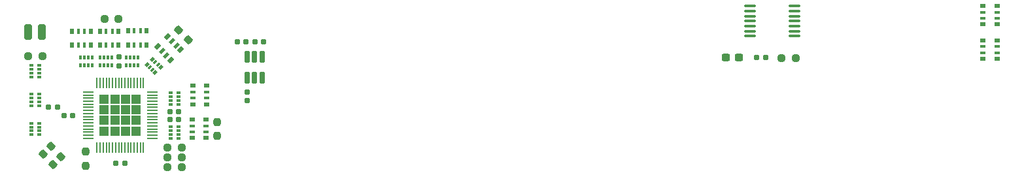
<source format=gbr>
%TF.GenerationSoftware,KiCad,Pcbnew,8.0.7*%
%TF.CreationDate,2025-01-15T17:23:36+01:00*%
%TF.ProjectId,n64rgb_v3.prod,6e363472-6762-45f7-9633-2e70726f642e,20241213.p*%
%TF.SameCoordinates,Original*%
%TF.FileFunction,Paste,Top*%
%TF.FilePolarity,Positive*%
%FSLAX46Y46*%
G04 Gerber Fmt 4.6, Leading zero omitted, Abs format (unit mm)*
G04 Created by KiCad (PCBNEW 8.0.7) date 2025-01-15 17:23:36*
%MOMM*%
%LPD*%
G01*
G04 APERTURE LIST*
G04 Aperture macros list*
%AMRoundRect*
0 Rectangle with rounded corners*
0 $1 Rounding radius*
0 $2 $3 $4 $5 $6 $7 $8 $9 X,Y pos of 4 corners*
0 Add a 4 corners polygon primitive as box body*
4,1,4,$2,$3,$4,$5,$6,$7,$8,$9,$2,$3,0*
0 Add four circle primitives for the rounded corners*
1,1,$1+$1,$2,$3*
1,1,$1+$1,$4,$5*
1,1,$1+$1,$6,$7*
1,1,$1+$1,$8,$9*
0 Add four rect primitives between the rounded corners*
20,1,$1+$1,$2,$3,$4,$5,0*
20,1,$1+$1,$4,$5,$6,$7,0*
20,1,$1+$1,$6,$7,$8,$9,0*
20,1,$1+$1,$8,$9,$2,$3,0*%
%AMRotRect*
0 Rectangle, with rotation*
0 The origin of the aperture is its center*
0 $1 length*
0 $2 width*
0 $3 Rotation angle, in degrees counterclockwise*
0 Add horizontal line*
21,1,$1,$2,0,0,$3*%
G04 Aperture macros list end*
%ADD10C,0.000000*%
%ADD11RoundRect,0.237500X-0.344715X0.008839X0.008839X-0.344715X0.344715X-0.008839X-0.008839X0.344715X0*%
%ADD12RoundRect,0.155000X0.155000X-0.212500X0.155000X0.212500X-0.155000X0.212500X-0.155000X-0.212500X0*%
%ADD13RoundRect,0.155000X-0.212500X-0.155000X0.212500X-0.155000X0.212500X0.155000X-0.212500X0.155000X0*%
%ADD14R,0.400000X0.500000*%
%ADD15R,0.300000X0.500000*%
%ADD16R,0.800000X0.500000*%
%ADD17R,0.800000X0.400000*%
%ADD18RoundRect,0.250000X-0.250000X-0.750000X0.250000X-0.750000X0.250000X0.750000X-0.250000X0.750000X0*%
%ADD19RoundRect,0.155000X0.212500X0.155000X-0.212500X0.155000X-0.212500X-0.155000X0.212500X-0.155000X0*%
%ADD20RoundRect,0.237500X0.344715X-0.008839X-0.008839X0.344715X-0.344715X0.008839X0.008839X-0.344715X0*%
%ADD21RoundRect,0.100000X-0.637500X-0.100000X0.637500X-0.100000X0.637500X0.100000X-0.637500X0.100000X0*%
%ADD22RoundRect,0.237500X0.237500X-0.250000X0.237500X0.250000X-0.237500X0.250000X-0.237500X-0.250000X0*%
%ADD23RoundRect,0.237500X-0.250000X-0.237500X0.250000X-0.237500X0.250000X0.237500X-0.250000X0.237500X0*%
%ADD24R,0.500000X0.400000*%
%ADD25R,0.500000X0.300000*%
%ADD26RotRect,0.800000X0.500000X45.000000*%
%ADD27RotRect,0.800000X0.400000X45.000000*%
%ADD28R,0.500000X0.800000*%
%ADD29R,0.400000X0.800000*%
%ADD30R,1.346200X0.228600*%
%ADD31R,0.228600X1.346200*%
%ADD32RoundRect,0.237500X0.300000X0.237500X-0.300000X0.237500X-0.300000X-0.237500X0.300000X-0.237500X0*%
%ADD33RotRect,0.500000X0.400000X45.000000*%
%ADD34RotRect,0.500000X0.300000X45.000000*%
%ADD35RoundRect,0.237500X0.250000X0.237500X-0.250000X0.237500X-0.250000X-0.237500X0.250000X-0.237500X0*%
%ADD36RoundRect,0.155000X-0.155000X0.212500X-0.155000X-0.212500X0.155000X-0.212500X0.155000X0.212500X0*%
%ADD37RoundRect,0.237500X-0.237500X0.250000X-0.237500X-0.250000X0.237500X-0.250000X0.237500X0.250000X0*%
%ADD38RoundRect,0.162500X0.162500X-0.617500X0.162500X0.617500X-0.162500X0.617500X-0.162500X-0.617500X0*%
G04 APERTURE END LIST*
D10*
%TO.C,U1*%
G36*
X45900350Y-125522051D02*
G01*
X44722400Y-125522051D01*
X44722400Y-124344101D01*
X45900350Y-124344101D01*
X45900350Y-125522051D01*
G37*
G36*
X45900350Y-126900001D02*
G01*
X44722400Y-126900001D01*
X44722400Y-125722051D01*
X45900350Y-125722051D01*
X45900350Y-126900001D01*
G37*
G36*
X45900350Y-128277951D02*
G01*
X44722400Y-128277951D01*
X44722400Y-127100001D01*
X45900350Y-127100001D01*
X45900350Y-128277951D01*
G37*
G36*
X45900350Y-129655901D02*
G01*
X44722400Y-129655901D01*
X44722400Y-128477951D01*
X45900350Y-128477951D01*
X45900350Y-129655901D01*
G37*
G36*
X47278300Y-125522051D02*
G01*
X46100350Y-125522051D01*
X46100350Y-124344101D01*
X47278300Y-124344101D01*
X47278300Y-125522051D01*
G37*
G36*
X47278300Y-126900001D02*
G01*
X46100350Y-126900001D01*
X46100350Y-125722051D01*
X47278300Y-125722051D01*
X47278300Y-126900001D01*
G37*
G36*
X47278300Y-128277951D02*
G01*
X46100350Y-128277951D01*
X46100350Y-127100001D01*
X47278300Y-127100001D01*
X47278300Y-128277951D01*
G37*
G36*
X47278300Y-129655901D02*
G01*
X46100350Y-129655901D01*
X46100350Y-128477951D01*
X47278300Y-128477951D01*
X47278300Y-129655901D01*
G37*
G36*
X48656250Y-125522051D02*
G01*
X47478300Y-125522051D01*
X47478300Y-124344101D01*
X48656250Y-124344101D01*
X48656250Y-125522051D01*
G37*
G36*
X48656250Y-126900001D02*
G01*
X47478300Y-126900001D01*
X47478300Y-125722051D01*
X48656250Y-125722051D01*
X48656250Y-126900001D01*
G37*
G36*
X48656250Y-128277951D02*
G01*
X47478300Y-128277951D01*
X47478300Y-127100001D01*
X48656250Y-127100001D01*
X48656250Y-128277951D01*
G37*
G36*
X48656250Y-129655901D02*
G01*
X47478300Y-129655901D01*
X47478300Y-128477951D01*
X48656250Y-128477951D01*
X48656250Y-129655901D01*
G37*
G36*
X50034200Y-125522051D02*
G01*
X48856250Y-125522051D01*
X48856250Y-124344101D01*
X50034200Y-124344101D01*
X50034200Y-125522051D01*
G37*
G36*
X50034200Y-126900001D02*
G01*
X48856250Y-126900001D01*
X48856250Y-125722051D01*
X50034200Y-125722051D01*
X50034200Y-126900001D01*
G37*
G36*
X50034200Y-128277951D02*
G01*
X48856250Y-128277951D01*
X48856250Y-127100001D01*
X50034200Y-127100001D01*
X50034200Y-128277951D01*
G37*
G36*
X50034200Y-129655901D02*
G01*
X48856250Y-129655901D01*
X48856250Y-128477951D01*
X50034200Y-128477951D01*
X50034200Y-129655901D01*
G37*
%TD*%
D11*
%TO.C,R2*%
X38374765Y-131064765D03*
X39665235Y-132355235D03*
%TD*%
D12*
%TO.C,C6*%
X47190000Y-120597500D03*
X47190000Y-119462500D03*
%TD*%
D13*
%TO.C,C4*%
X46832500Y-133220000D03*
X47967500Y-133220000D03*
%TD*%
D14*
%TO.C,RN4*%
X42230000Y-120520000D03*
D15*
X42730000Y-120520000D03*
X43230000Y-120520000D03*
D14*
X43730000Y-120520000D03*
X43730000Y-119520000D03*
D15*
X43230000Y-119520000D03*
X42730000Y-119520000D03*
D14*
X42230000Y-119520000D03*
%TD*%
D16*
%TO.C,RN16*%
X159094594Y-117294594D03*
D17*
X159094594Y-118094594D03*
X159094594Y-118894594D03*
D16*
X159094594Y-119694594D03*
X160894594Y-119694594D03*
D17*
X160894594Y-118894594D03*
X160894594Y-118094594D03*
D16*
X160894594Y-117294594D03*
%TD*%
%TO.C,RN15*%
X56700000Y-127580000D03*
D17*
X56700000Y-128380000D03*
X56700000Y-129180000D03*
D16*
X56700000Y-129980000D03*
X58500000Y-129980000D03*
D17*
X58500000Y-129180000D03*
X58500000Y-128380000D03*
D16*
X58500000Y-127580000D03*
%TD*%
D18*
%TO.C,J8*%
X37250000Y-116190000D03*
%TD*%
%TO.C,J7*%
X35470000Y-116190000D03*
%TD*%
D19*
%TO.C,C3*%
X39227500Y-126000000D03*
X38092500Y-126000000D03*
%TD*%
D20*
%TO.C,R6*%
X56235235Y-117255235D03*
X54944765Y-115964765D03*
%TD*%
D19*
%TO.C,C10*%
X63667500Y-117470000D03*
X62532500Y-117470000D03*
%TD*%
D21*
%TO.C,U2*%
X128963500Y-112858000D03*
X128963500Y-113508000D03*
X128963500Y-114158000D03*
X128963500Y-114808000D03*
X128963500Y-115458000D03*
X128963500Y-116108000D03*
X128963500Y-116758000D03*
X134688500Y-116758000D03*
X134688500Y-116108000D03*
X134688500Y-115458000D03*
X134688500Y-114808000D03*
X134688500Y-114158000D03*
X134688500Y-113508000D03*
X134688500Y-112858000D03*
%TD*%
D22*
%TO.C,R7*%
X59950000Y-129712500D03*
X59950000Y-127887500D03*
%TD*%
D23*
%TO.C,R11*%
X133021700Y-119583200D03*
X134846700Y-119583200D03*
%TD*%
D24*
%TO.C,RN9*%
X53900000Y-128490000D03*
D25*
X53900000Y-128990000D03*
X53900000Y-129490000D03*
D24*
X53900000Y-129990000D03*
X54900000Y-129990000D03*
D25*
X54900000Y-129490000D03*
X54900000Y-128990000D03*
D24*
X54900000Y-128490000D03*
%TD*%
D26*
%TO.C,RN13*%
X52225076Y-118127868D03*
D27*
X52790761Y-118693553D03*
X53356447Y-119259239D03*
D26*
X53922132Y-119824924D03*
X55194924Y-118552132D03*
D27*
X54629239Y-117986447D03*
X54063553Y-117420761D03*
D26*
X53497868Y-116855076D03*
%TD*%
D28*
%TO.C,RN11*%
X44750000Y-117900000D03*
D29*
X45550000Y-117900000D03*
X46350000Y-117900000D03*
D28*
X47150000Y-117900000D03*
X47150000Y-116100000D03*
D29*
X46350000Y-116100000D03*
X45550000Y-116100000D03*
D28*
X44750000Y-116100000D03*
%TD*%
D13*
%TO.C,C5*%
X53832500Y-127530000D03*
X54967500Y-127530000D03*
%TD*%
D30*
%TO.C,U1*%
X43200000Y-124000002D03*
X43200000Y-124400001D03*
X43200000Y-124800000D03*
X43200000Y-125200002D03*
X43200000Y-125600001D03*
X43200000Y-126000000D03*
X43200000Y-126400002D03*
X43200000Y-126800001D03*
X43200000Y-127200001D03*
X43200000Y-127600000D03*
X43200000Y-128000002D03*
X43200000Y-128400001D03*
X43200000Y-128800000D03*
X43200000Y-129200002D03*
X43200000Y-129600001D03*
X43200000Y-130000000D03*
D31*
X44378301Y-131178301D03*
X44778300Y-131178301D03*
X45178299Y-131178301D03*
X45578301Y-131178301D03*
X45978300Y-131178301D03*
X46378299Y-131178301D03*
X46778301Y-131178301D03*
X47178300Y-131178301D03*
X47578300Y-131178301D03*
X47978299Y-131178301D03*
X48378301Y-131178301D03*
X48778300Y-131178301D03*
X49178299Y-131178301D03*
X49578301Y-131178301D03*
X49978300Y-131178301D03*
X50378299Y-131178301D03*
D30*
X51556600Y-130000000D03*
X51556600Y-129600001D03*
X51556600Y-129200002D03*
X51556600Y-128800000D03*
X51556600Y-128400001D03*
X51556600Y-128000002D03*
X51556600Y-127600000D03*
X51556600Y-127200001D03*
X51556600Y-126800001D03*
X51556600Y-126400002D03*
X51556600Y-126000000D03*
X51556600Y-125600001D03*
X51556600Y-125200002D03*
X51556600Y-124800000D03*
X51556600Y-124400001D03*
X51556600Y-124000002D03*
D31*
X50378299Y-122821701D03*
X49978300Y-122821701D03*
X49578301Y-122821701D03*
X49178299Y-122821701D03*
X48778300Y-122821701D03*
X48378301Y-122821701D03*
X47978299Y-122821701D03*
X47578300Y-122821701D03*
X47178300Y-122821701D03*
X46778301Y-122821701D03*
X46378299Y-122821701D03*
X45978300Y-122821701D03*
X45578301Y-122821701D03*
X45178299Y-122821701D03*
X44778300Y-122821701D03*
X44378301Y-122821701D03*
%TD*%
D32*
%TO.C,C7*%
X127481500Y-119557800D03*
X125756500Y-119557800D03*
%TD*%
D24*
%TO.C,RN2*%
X35875000Y-124250000D03*
D25*
X35875000Y-124750000D03*
X35875000Y-125250000D03*
D24*
X35875000Y-125750000D03*
X36875000Y-125750000D03*
D25*
X36875000Y-125250000D03*
X36875000Y-124750000D03*
D24*
X36875000Y-124250000D03*
%TD*%
D19*
%TO.C,C1*%
X41205000Y-127080000D03*
X40070000Y-127080000D03*
%TD*%
D23*
%TO.C,R4*%
X35465000Y-119350000D03*
X37290000Y-119350000D03*
%TD*%
D24*
%TO.C,RN3*%
X35875000Y-128050000D03*
D25*
X35875000Y-128550000D03*
X35875000Y-129050000D03*
D24*
X35875000Y-129550000D03*
X36875000Y-129550000D03*
D25*
X36875000Y-129050000D03*
X36875000Y-128550000D03*
D24*
X36875000Y-128050000D03*
%TD*%
D33*
%TO.C,RN7*%
X50856117Y-120453223D03*
D34*
X51209670Y-120806777D03*
X51563223Y-121160330D03*
D33*
X51916777Y-121513883D03*
X52623883Y-120806777D03*
D34*
X52270330Y-120453223D03*
X51916777Y-120099670D03*
D33*
X51563223Y-119746117D03*
%TD*%
D13*
%TO.C,C8*%
X129810700Y-119557800D03*
X130945700Y-119557800D03*
%TD*%
D28*
%TO.C,RN10*%
X41140000Y-117910000D03*
D29*
X41940000Y-117910000D03*
X42740000Y-117910000D03*
D28*
X43540000Y-117910000D03*
X43540000Y-116110000D03*
D29*
X42740000Y-116110000D03*
X41940000Y-116110000D03*
D28*
X41140000Y-116110000D03*
%TD*%
D35*
%TO.C,R10*%
X55312500Y-133750000D03*
X53487500Y-133750000D03*
%TD*%
D24*
%TO.C,RN1*%
X35875000Y-120550000D03*
D25*
X35875000Y-121050000D03*
X35875000Y-121550000D03*
D24*
X35875000Y-122050000D03*
X36875000Y-122050000D03*
D25*
X36875000Y-121550000D03*
X36875000Y-121050000D03*
D24*
X36875000Y-120550000D03*
%TD*%
D23*
%TO.C,R8*%
X53487500Y-131230000D03*
X55312500Y-131230000D03*
%TD*%
D36*
%TO.C,C11*%
X63820000Y-123992500D03*
X63820000Y-125127500D03*
%TD*%
D24*
%TO.C,RN8*%
X53900000Y-124100000D03*
D25*
X53900000Y-124600000D03*
X53900000Y-125100000D03*
D24*
X53900000Y-125600000D03*
X54900000Y-125600000D03*
D25*
X54900000Y-125100000D03*
X54900000Y-124600000D03*
D24*
X54900000Y-124100000D03*
%TD*%
D11*
%TO.C,R3*%
X37384765Y-132084765D03*
X38675235Y-133375235D03*
%TD*%
D14*
%TO.C,RN6*%
X48180000Y-120549999D03*
D15*
X48680000Y-120550000D03*
X49180000Y-120550000D03*
D14*
X49680000Y-120549999D03*
X49680000Y-119550001D03*
D15*
X49180000Y-119550000D03*
X48680000Y-119550000D03*
D14*
X48180000Y-119550001D03*
%TD*%
D37*
%TO.C,R1*%
X42920000Y-131760000D03*
X42920000Y-133585000D03*
%TD*%
D28*
%TO.C,RN12*%
X48400000Y-117880000D03*
D29*
X49200000Y-117880000D03*
X50000000Y-117880000D03*
D28*
X50800000Y-117880000D03*
X50800000Y-116080000D03*
D29*
X50000000Y-116080000D03*
X49200000Y-116080000D03*
D28*
X48400000Y-116080000D03*
%TD*%
D16*
%TO.C,RN14*%
X56750000Y-123190000D03*
D17*
X56750000Y-123990000D03*
X56750000Y-124790000D03*
D16*
X56750000Y-125590000D03*
X58550000Y-125590000D03*
D17*
X58550000Y-124790000D03*
X58550000Y-123990000D03*
D16*
X58550000Y-123190000D03*
%TD*%
D35*
%TO.C,R9*%
X55315000Y-132520000D03*
X53490000Y-132520000D03*
%TD*%
D14*
%TO.C,RN5*%
X44750000Y-120520000D03*
D15*
X45250000Y-120520000D03*
X45750000Y-120520000D03*
D14*
X46250000Y-120520000D03*
X46250000Y-119520000D03*
D15*
X45750000Y-119520000D03*
X45250000Y-119520000D03*
D14*
X44750000Y-119520000D03*
%TD*%
D16*
%TO.C,RN17*%
X159094594Y-112844594D03*
D17*
X159094594Y-113644594D03*
X159094594Y-114444594D03*
D16*
X159094594Y-115244594D03*
X160894594Y-115244594D03*
D17*
X160894594Y-114444594D03*
X160894594Y-113644594D03*
D16*
X160894594Y-112844594D03*
%TD*%
D35*
%TO.C,R5*%
X47152500Y-114540000D03*
X45327500Y-114540000D03*
%TD*%
D13*
%TO.C,C2*%
X53832500Y-126580000D03*
X54967500Y-126580000D03*
%TD*%
D38*
%TO.C,U3*%
X63822500Y-122140000D03*
X64772500Y-122140000D03*
X65722500Y-122140000D03*
X65722500Y-119440000D03*
X64772500Y-119440000D03*
X63822500Y-119440000D03*
%TD*%
D13*
%TO.C,C9*%
X64802500Y-117470000D03*
X65937500Y-117470000D03*
%TD*%
M02*

</source>
